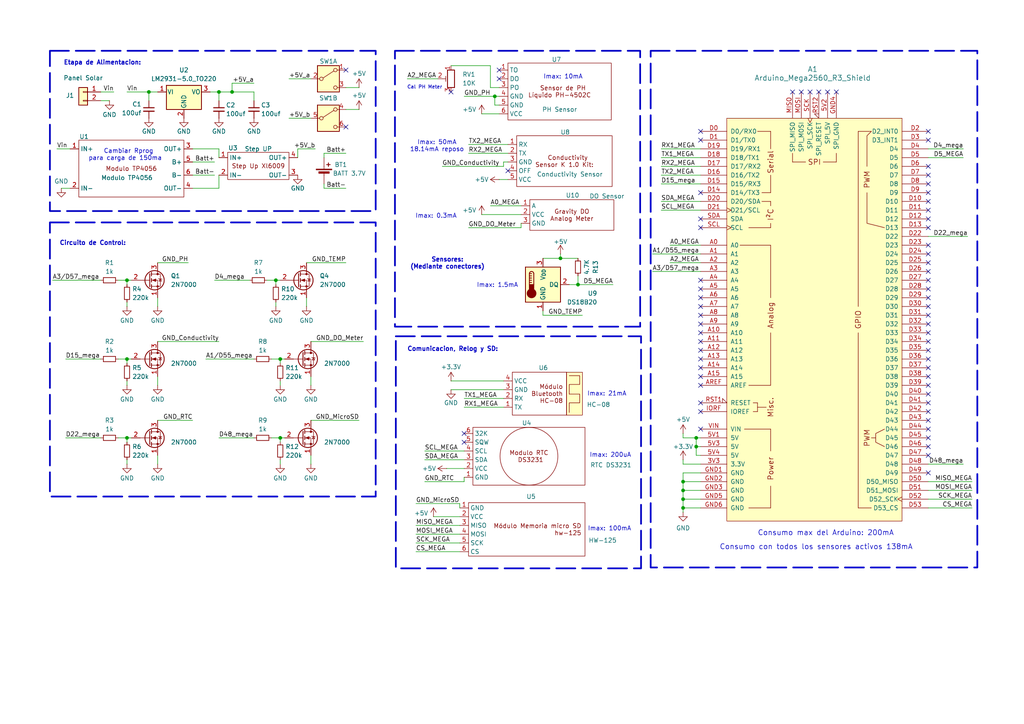
<source format=kicad_sch>
(kicad_sch (version 20231120) (generator "eeschema") (generator_version "8.0")
  (paper "A4")
  (title_block (title "FabLab UNSAM") (date "2024-09-18") (rev "Aguirre Matias"))
  (lib_symbols
    (symbol "Connector_Generic:Conn_01x02" (pin_names (offset 1.016) hide)
      (property "Reference" "J" (at 0 2.54 0))
      (property "Value" "Conn_01x02" (at 0 -5.08 0))
      (symbol "Conn_01x02_1_1"
        (pin passive line (at -5.08 0 0) (length 3.81) (name "Pin_1") (number "1"))
        (pin passive line (at -5.08 -2.54 0) (length 3.81) (name "Pin_2") (number "2"))
      )
    )
    (symbol "Device:Battery_Cell" (pin_numbers hide) (pin_names (offset 0) hide)
      (property "Reference" "BT" (at 2.54 2.54 0))
      (property "Value" "Battery_Cell" (at 2.54 0 0))
      (symbol "Battery_Cell_1_1"
        (pin passive line (at 0 5.08 270) (length 2.54) (name "+") (number "1"))
        (pin passive line (at 0 -2.54 90) (length 2.54) (name "-") (number "2"))
      )
    )
    (symbol "Device:C_Small" (pin_numbers hide) (pin_names (offset 0.254) hide)
      (property "Reference" "C" (at 0.254 1.778 0))
      (property "Value" "C_Small" (at 0.254 -2.032 0))
      (symbol "C_Small_1_1"
        (pin passive line (at 0 2.54 270) (length 2.032) (name "~") (number "1"))
        (pin passive line (at 0 -2.54 90) (length 2.032) (name "~") (number "2"))
      )
    )
    (symbol "Device:R_Potentiometer_Trim" (pin_names (offset 1.016) hide)
      (property "Reference" "RV" (at -4.445 0 90))
      (property "Value" "R_Potentiometer_Trim" (at -2.54 0 90))
      (symbol "R_Potentiometer_Trim_1_1"
        (pin passive line (at 0 3.81 270) (length 1.27) (name "1") (number "1"))
        (pin passive line (at 3.81 0 180) (length 1.27) (name "2") (number "2"))
        (pin passive line (at 0 -3.81 90) (length 1.27) (name "3") (number "3"))
      )
    )
    (symbol "Device:R_Small" (pin_numbers hide) (pin_names (offset 0.254) hide)
      (property "Reference" "R" (at 0.762 0.508 0))
      (property "Value" "R_Small" (at 0.762 -1.016 0))
      (symbol "R_Small_1_1"
        (pin passive line (at 0 2.54 270) (length 0.762) (name "~") (number "1"))
        (pin passive line (at 0 -2.54 90) (length 0.762) (name "~") (number "2"))
      )
    )
    (symbol "Mi Libreria:Fuente_Step_Up_Xl6009"
      (property "Reference" "U3" (at -6.096 0.254 0))
      (property "Value" "Step UP" (at 1.27 0 0))
      (symbol "Fuente_Step_Up_Xl6009_1_1"
        (text_box "Step Up Xl6009" (at -7.62 -1.016 0) (size 17.78 -7.874) (fill (type color)) (effects (font (size 1.27 1.27))))
        (pin power_in line (at -10.16 -2.54 0) (length 2.54) (name "IN+") (number "1"))
        (pin power_in line (at -10.16 -7.62 0) (length 2.54) (name "IN-") (number "2"))
        (pin power_in line (at 12.7 -7.62 180) (length 2.54) (name "OUT-") (number "3"))
        (pin power_in line (at 12.7 -2.54 180) (length 2.54) (name "OUT+") (number "4"))
      )
    )
    (symbol "Mi Libreria:Gravity_DO_Meter"
      (property "Reference" "U" (at 2.032 -1.016 0))
      (symbol "Gravity_DO_Meter_1_1"
        (text_box "Gravity DO\nAnalog Meter" (at -8.128 -2.032 0) (size 24.384 -8.89) (fill (type color)) (effects (font (size 1.27 1.27))))
        (pin passive line (at -10.668 -3.81 0) (length 2.54) (name "A") (number "1"))
        (pin passive line (at -10.668 -6.35 0) (length 2.54) (name "VCC") (number "2"))
        (pin passive line (at -10.668 -8.89 0) (length 2.54) (name "GND") (number "3"))
      )
    )
    (symbol "Mi Libreria:Modulo_Cargador_de_Baterías_TP4056"
      (property "Reference" "U" (at 0 5.842 0))
      (symbol "Modulo_Cargador_de_Baterías_TP4056_1_1"
        (text_box "Modulo TP4056" (at -13.97 3.81 0) (size 30.48 -16.51) (fill (type color)) (effects (font (size 1.27 1.27))))
        (pin power_in line (at -16.51 1.27 0) (length 2.54) (name "IN+") (number "1"))
        (pin power_in line (at -16.51 -10.16 0) (length 2.54) (name "IN-") (number "2"))
        (pin power_in line (at 19.05 1.27 180) (length 2.54) (name "OUT+") (number "3"))
        (pin power_in line (at 19.05 -10.16 180) (length 2.54) (name "OUT-") (number "4"))
        (pin power_in line (at 19.05 -2.54 180) (length 2.54) (name "B+") (number "5"))
        (pin power_in line (at 19.05 -6.35 180) (length 2.54) (name "B-") (number "6"))
      )
    )
    (symbol "Mi Libreria:Modulo_RTC_DS3231"
      (property "Reference" "U4" (at 25.654 0.508 0))
      (property "Value" "RTC DS3231" (at 45.466 -11.684 0))
      (symbol "Modulo_RTC_DS3231_1_1"
        (text_box "Modulo RTC\n DS3231" (at 11.43 -0.762 0) (size 32.512 -16.764) (fill (type color)) (effects (font (size 1.27 1.27))))
        (pin passive line (at 8.89 -15.24 0) (length 2.54) (name "GND") (number "1"))
        (pin passive line (at 8.89 -12.7 0) (length 2.54) (name "VCC") (number "2"))
        (pin passive line (at 8.89 -10.16 0) (length 2.54) (name "SDA") (number "3"))
        (pin passive line (at 8.89 -7.62 0) (length 2.54) (name "SCL") (number "4"))
        (pin passive line (at 8.89 -5.08 0) (length 2.54) (name "SQW") (number "5"))
        (pin passive line (at 8.89 -2.54 0) (length 2.54) (name "32K") (number "6"))
      )
    )
    (symbol "Mi Libreria:Módulo_Bluetooth_HC-08"
      (property "Reference" "U6" (at 10.16 11.43 0))
      (property "Value" "HC-08" (at 24.13 0.762 0))
      (symbol "Módulo_Bluetooth_HC-08_1_1"
        (text_box "Módulo Bluetooth HC-08" (at 2.54 10.16 0) (size 15.748 -12.446) (fill (type color)) (effects (font (size 1.27 1.27)) (justify right)))
        (pin passive line (at 0 0 0) (length 2.54) (name "TX") (number "1"))
        (pin passive line (at 0 2.54 0) (length 2.54) (name "RX") (number "2"))
        (pin passive line (at 0 5.08 0) (length 2.54) (name "GND") (number "3"))
        (pin power_in line (at 0 7.62 0) (length 2.54) (name "VCC") (number "4"))
      )
    )
    (symbol "Mi Libreria:Módulo_Memoria_micro_SD_hw-125"
      (property "Reference" "U" (at 3.302 3.302 0))
      (symbol "Módulo_Memoria_micro_SD_hw-125_1_1"
        (text_box "Módulo Memoria micro SD hw-125" (at -4.572 2.286 0) (size 33.782 -15.494) (fill (type color)) (effects (font (size 1.27 1.27)) (justify right)))
        (pin passive line (at -7.112 0.762 0) (length 2.54) (name "GND") (number "1"))
        (pin passive line (at -7.112 -1.778 0) (length 2.54) (name "VCC") (number "2"))
        (pin passive line (at -7.112 -4.318 0) (length 2.54) (name "MISO") (number "3"))
        (pin passive line (at -7.112 -6.858 0) (length 2.54) (name "MOSI") (number "4"))
        (pin passive line (at -7.112 -9.398 0) (length 2.54) (name "SCK") (number "5"))
        (pin passive line (at -7.112 -11.938 0) (length 2.54) (name "CS") (number "6"))
      )
    )
    (symbol "Mi Libreria:Sensor_Conductivity_K_1.0_Kit"
      (property "Reference" "U" (at 5.08 0 0))
      (symbol "Sensor_Conductivity_K_1.0_Kit_1_1"
        (text_box "  Conductivity \nSensor K 1.0 Kit:" (at -6.35 -1.27 0) (size 27.686 -14.732) (fill (type color)) (effects (font (size 1.27 1.27))))
        (pin passive line (at -8.89 -3.81 0) (length 2.54) (name "RX") (number "1"))
        (pin passive line (at -8.89 -6.35 0) (length 2.54) (name "TX") (number "2"))
        (pin passive line (at -8.89 -8.89 0) (length 2.54) (name "GND") (number "3"))
        (pin passive line (at -8.89 -11.43 0) (length 2.54) (name "OFF") (number "4"))
        (pin passive line (at -8.89 -13.97 0) (length 2.54) (name "VCC") (number "5"))
      )
    )
    (symbol "Mi Libreria:Sensor_PH_Líquido_PH-4502C"
      (property "Reference" "U" (at 6.096 2.794 0))
      (symbol "Sensor_PH_Líquido_PH-4502C_1_1"
        (text_box "  Sensor de PH \nLíquido PH-4502C" (at -3.81 -1.778 0) (size 29.972 -16.51) (fill (type color)) (effects (font (size 1.27 1.27))))
        (pin passive line (at -6.35 -3.81 0) (length 2.54) (name "TO") (number "1"))
        (pin passive line (at -6.35 -6.35 0) (length 2.54) (name "DO") (number "2"))
        (pin passive line (at -6.35 -8.89 0) (length 2.54) (name "PO") (number "3"))
        (pin passive line (at -6.35 -11.43 0) (length 2.54) (name "GND") (number "4"))
        (pin passive line (at -6.35 -13.97 0) (length 2.54) (name "GND") (number "5"))
        (pin passive line (at -6.35 -16.51 0) (length 2.54) (name "VCC") (number "6"))
      )
    )
    (symbol "PCM_arduino-library:Arduino_Mega2560_R3_Shield" (pin_names (offset 1.016))
      (property "Reference" "A" (at 0 -62.23 0))
      (property "Value" "Arduino_Mega2560_R3_Shield" (at 0 -66.04 0))
      (symbol "Arduino_Mega2560_R3_Shield_0_0"
        (text "Analog" (at -12.7 1.27 900) (effects (font (size 1.524 1.524))))
        (text "I²C" (at -12.7 30.48 900) (effects (font (size 1.524 1.524))))
        (text "Misc." (at -12.7 -25.4 900) (effects (font (size 1.524 1.524))))
        (text "Power" (at -12.7 -43.18 900) (effects (font (size 1.524 1.524))))
        (text "PWM" (at 15.24 -34.29 900) (effects (font (size 1.524 1.524))))
        (text "PWM" (at 15.24 40.64 900) (effects (font (size 1.524 1.524))))
        (text "Serial" (at -12.7 45.72 900) (effects (font (size 1.524 1.524))))
        (text "SPI" (at 0 45.72 0) (effects (font (size 1.524 1.524))))
      )
      (symbol "Arduino_Mega2560_R3_Shield_1_0"
        (text "GPIO" (at 12.7 0 900) (effects (font (size 1.524 1.524))))
      )
      (symbol "Arduino_Mega2560_R3_Shield_1_1"
        (pin power_out line (at -33.02 -41.91 0) (length 7.62) (name "3.3V") (number "3V3"))
        (pin power_in line (at -33.02 -34.29 0) (length 7.62) (name "5V") (number "5V1"))
        (pin power_in line (at 3.81 66.04 270) (length 7.62) (name "SPI_5V") (number "5V2"))
        (pin power_in line (at -33.02 -36.83 0) (length 7.62) (name "5V") (number "5V3"))
        (pin power_in line (at -33.02 -39.37 0) (length 7.62) (name "5V") (number "5V4"))
        (pin bidirectional line (at -33.02 21.59 0) (length 7.62) (name "A0") (number "A0"))
        (pin bidirectional line (at -33.02 19.05 0) (length 7.62) (name "A1") (number "A1"))
        (pin bidirectional line (at -33.02 -3.81 0) (length 7.62) (name "A10") (number "A10"))
        (pin bidirectional line (at -33.02 -6.35 0) (length 7.62) (name "A11") (number "A11"))
        (pin bidirectional line (at -33.02 -8.89 0) (length 7.62) (name "A12") (number "A12"))
        (pin bidirectional line (at -33.02 -11.43 0) (length 7.62) (name "A13") (number "A13"))
        (pin bidirectional line (at -33.02 -13.97 0) (length 7.62) (name "A14") (number "A14"))
        (pin bidirectional line (at -33.02 -16.51 0) (length 7.62) (name "A15") (number "A15"))
        (pin bidirectional line (at -33.02 16.51 0) (length 7.62) (name "A2") (number "A2"))
        (pin bidirectional line (at -33.02 13.97 0) (length 7.62) (name "A3") (number "A3"))
        (pin bidirectional line (at -33.02 11.43 0) (length 7.62) (name "A4") (number "A4"))
        (pin bidirectional line (at -33.02 8.89 0) (length 7.62) (name "A5") (number "A5"))
        (pin bidirectional line (at -33.02 6.35 0) (length 7.62) (name "A6") (number "A6"))
        (pin bidirectional line (at -33.02 3.81 0) (length 7.62) (name "A7") (number "A7"))
        (pin bidirectional line (at -33.02 1.27 0) (length 7.62) (name "A8") (number "A8"))
        (pin bidirectional line (at -33.02 -1.27 0) (length 7.62) (name "A9") (number "A9"))
        (pin input line (at -33.02 -19.05 0) (length 7.62) (name "AREF") (number "AREF"))
        (pin bidirectional line (at -33.02 54.61 0) (length 7.62) (name "D0/RX0") (number "D0"))
        (pin bidirectional line (at -33.02 52.07 0) (length 7.62) (name "D1/TX0") (number "D1"))
        (pin bidirectional line (at 33.02 34.29 180) (length 7.62) (name "D10") (number "D10"))
        (pin bidirectional line (at 33.02 31.75 180) (length 7.62) (name "D11") (number "D11"))
        (pin bidirectional line (at 33.02 29.21 180) (length 7.62) (name "D12") (number "D12"))
        (pin bidirectional line (at 33.02 26.67 180) (length 7.62) (name "D13") (number "D13"))
        (pin bidirectional line (at -33.02 36.83 0) (length 7.62) (name "D14/TX3") (number "D14"))
        (pin bidirectional line (at -33.02 39.37 0) (length 7.62) (name "D15/RX3") (number "D15"))
        (pin bidirectional line (at -33.02 41.91 0) (length 7.62) (name "D16/TX2") (number "D16"))
        (pin bidirectional line (at -33.02 44.45 0) (length 7.62) (name "D17/RX2") (number "D17"))
        (pin bidirectional line (at -33.02 46.99 0) (length 7.62) (name "D18/TX1") (number "D18"))
        (pin bidirectional line (at -33.02 49.53 0) (length 7.62) (name "D19/RX1") (number "D19"))
        (pin bidirectional line (at 33.02 54.61 180) (length 7.62) (name "D2_INT0") (number "D2"))
        (pin bidirectional line (at -33.02 34.29 0) (length 7.62) (name "D20/SDA") (number "D20"))
        (pin bidirectional clock (at -33.02 31.75 0) (length 7.62) (name "D21/SCL") (number "D21"))
        (pin bidirectional line (at 33.02 24.13 180) (length 7.62) (name "D22") (number "D22"))
        (pin bidirectional line (at 33.02 21.59 180) (length 7.62) (name "D23") (number "D23"))
        (pin bidirectional line (at 33.02 19.05 180) (length 7.62) (name "D24") (number "D24"))
        (pin bidirectional line (at 33.02 16.51 180) (length 7.62) (name "D25") (number "D25"))
        (pin bidirectional line (at 33.02 13.97 180) (length 7.62) (name "D26") (number "D26"))
        (pin bidirectional line (at 33.02 11.43 180) (length 7.62) (name "D27") (number "D27"))
        (pin bidirectional line (at 33.02 8.89 180) (length 7.62) (name "D28") (number "D28"))
        (pin bidirectional line (at 33.02 6.35 180) (length 7.62) (name "D29") (number "D29"))
        (pin bidirectional line (at 33.02 52.07 180) (length 7.62) (name "D3_INT1") (number "D3"))
        (pin bidirectional line (at 33.02 3.81 180) (length 7.62) (name "D30") (number "D30"))
        (pin bidirectional line (at 33.02 1.27 180) (length 7.62) (name "D31") (number "D31"))
        (pin bidirectional line (at 33.02 -1.27 180) (length 7.62) (name "D32") (number "D32"))
        (pin bidirectional line (at 33.02 -3.81 180) (length 7.62) (name "D33") (number "D33"))
        (pin bidirectional line (at 33.02 -6.35 180) (length 7.62) (name "D34") (number "D34"))
        (pin bidirectional line (at 33.02 -8.89 180) (length 7.62) (name "D35") (number "D35"))
        (pin bidirectional line (at 33.02 -11.43 180) (length 7.62) (name "D36") (number "D36"))
        (pin bidirectional line (at 33.02 -13.97 180) (length 7.62) (name "D37") (number "D37"))
        (pin bidirectional line (at 33.02 -16.51 180) (length 7.62) (name "D38") (number "D38"))
        (pin bidirectional line (at 33.02 -19.05 180) (length 7.62) (name "D39") (number "D39"))
        (pin bidirectional line (at 33.02 49.53 180) (length 7.62) (name "D4") (number "D4"))
        (pin bidirectional line (at 33.02 -21.59 180) (length 7.62) (name "D40") (number "D40"))
        (pin bidirectional line (at 33.02 -24.13 180) (length 7.62) (name "D41") (number "D41"))
        (pin bidirectional line (at 33.02 -26.67 180) (length 7.62) (name "D42") (number "D42"))
        (pin bidirectional line (at 33.02 -29.21 180) (length 7.62) (name "D43") (number "D43"))
        (pin bidirectional line (at 33.02 -31.75 180) (length 7.62) (name "D44") (number "D44"))
        (pin bidirectional line (at 33.02 -34.29 180) (length 7.62) (name "D45") (number "D45"))
        (pin bidirectional line (at 33.02 -36.83 180) (length 7.62) (name "D46") (number "D46"))
        (pin bidirectional line (at 33.02 -39.37 180) (length 7.62) (name "D47") (number "D47"))
        (pin bidirectional line (at 33.02 -41.91 180) (length 7.62) (name "D48") (number "D48"))
        (pin bidirectional line (at 33.02 -44.45 180) (length 7.62) (name "D49") (number "D49"))
        (pin bidirectional line (at 33.02 46.99 180) (length 7.62) (name "D5") (number "D5"))
        (pin bidirectional line (at 33.02 -46.99 180) (length 7.62) (name "D50_MISO") (number "D50"))
        (pin bidirectional line (at 33.02 -49.53 180) (length 7.62) (name "D51_MOSI") (number "D51"))
        (pin bidirectional clock (at 33.02 -52.07 180) (length 7.62) (name "D52_SCK") (number "D52"))
        (pin bidirectional line (at 33.02 -54.61 180) (length 7.62) (name "D53_CS") (number "D53"))
        (pin bidirectional line (at 33.02 44.45 180) (length 7.62) (name "D6") (number "D6"))
        (pin bidirectional line (at 33.02 41.91 180) (length 7.62) (name "D7") (number "D7"))
        (pin bidirectional line (at 33.02 39.37 180) (length 7.62) (name "D8") (number "D8"))
        (pin bidirectional line (at 33.02 36.83 180) (length 7.62) (name "D9") (number "D9"))
        (pin power_in line (at -33.02 -44.45 0) (length 7.62) (name "GND") (number "GND1"))
        (pin power_in line (at -33.02 -46.99 0) (length 7.62) (name "GND") (number "GND2"))
        (pin power_in line (at -33.02 -49.53 0) (length 7.62) (name "GND") (number "GND3"))
        (pin power_in line (at 6.35 66.04 270) (length 7.62) (name "SPI_GND") (number "GND4"))
        (pin power_in line (at -33.02 -52.07 0) (length 7.62) (name "GND") (number "GND5"))
        (pin power_in line (at -33.02 -54.61 0) (length 7.62) (name "GND") (number "GND6"))
        (pin output line (at -33.02 -26.67 0) (length 7.62) (name "IOREF") (number "IORF"))
        (pin input line (at -6.35 66.04 270) (length 7.62) (name "SPI_MISO") (number "MISO"))
        (pin output line (at -3.81 66.04 270) (length 7.62) (name "SPI_MOSI") (number "MOSI"))
        (pin open_collector input_low (at -33.02 -24.13 0) (length 7.62) (name "RESET") (number "RST1"))
        (pin open_collector input_low (at 1.27 66.04 270) (length 7.62) (name "SPI_RESET") (number "RST2"))
        (pin output clock (at -1.27 66.04 270) (length 7.62) (name "SPI_SCK") (number "SCK"))
        (pin bidirectional clock (at -33.02 26.67 0) (length 7.62) (name "SCL") (number "SCL"))
        (pin bidirectional line (at -33.02 29.21 0) (length 7.62) (name "SDA") (number "SDA"))
        (pin power_in line (at -33.02 -31.75 0) (length 7.62) (name "VIN") (number "VIN"))
      )
    )
    (symbol "Regulator_Linear:LM2931-5.0_TO220" (pin_names (offset 0.254))
      (property "Reference" "U" (at -3.81 3.175 0))
      (property "Value" "LM2931-5.0_TO220" (at 0 3.175 0))
      (symbol "LM2931-5.0_TO220_1_1"
        (pin power_in line (at -7.62 0 0) (length 2.54) (name "VI") (number "1"))
        (pin power_in line (at 0 -7.62 90) (length 2.54) (name "GND") (number "2"))
        (pin power_out line (at 7.62 0 180) (length 2.54) (name "VO") (number "3"))
      )
    )
    (symbol "Sensor_Temperature:DS18B20"
      (property "Reference" "U" (at -3.81 6.35 0))
      (property "Value" "DS18B20" (at 6.35 6.35 0))
      (symbol "DS18B20_1_1"
        (pin power_in line (at 0 -7.62 90) (length 2.54) (name "GND") (number "1"))
        (pin bidirectional line (at 7.62 0 180) (length 2.54) (name "DQ") (number "2"))
        (pin power_in line (at 0 7.62 270) (length 2.54) (name "V_{DD}") (number "3"))
      )
    )
    (symbol "Switch:SW_DPDT_x2" (pin_names (offset 0) hide)
      (property "Reference" "SW" (at 0 5.08 0))
      (property "Value" "SW_DPDT_x2" (at 0 -5.08 0))
      (symbol "SW_DPDT_x2_1_1"
        (pin passive line (at 5.08 2.54 180) (length 2.54) (name "A") (number "1"))
        (pin passive line (at -5.08 0 0) (length 2.54) (name "B") (number "2"))
        (pin passive line (at 5.08 -2.54 180) (length 2.54) (name "C") (number "3"))
      )
      (symbol "SW_DPDT_x2_2_1"
        (pin passive line (at 5.08 2.54 180) (length 2.54) (name "A") (number "4"))
        (pin passive line (at -5.08 0 0) (length 2.54) (name "B") (number "5"))
        (pin passive line (at 5.08 -2.54 180) (length 2.54) (name "C") (number "6"))
      )
    )
    (symbol "Transistor_FET:2N7000" (pin_names hide)
      (property "Reference" "Q" (at 5.08 1.905 0))
      (property "Value" "2N7000" (at 5.08 0 0))
      (symbol "2N7000_1_1"
        (pin passive line (at 2.54 -5.08 90) (length 2.54) (name "S") (number "1"))
        (pin input line (at -5.08 0 0) (length 2.54) (name "G") (number "2"))
        (pin passive line (at 2.54 5.08 270) (length 2.54) (name "D") (number "3"))
      )
    )
    (symbol "power:+3.3V" (power) (pin_numbers hide) (pin_names (offset 0) hide)
      (property "Value" "+3.3V" (at 0 3.556 0))
      (symbol "+3.3V_1_1"
        (pin power_in line (at 0 0 90) (length 0) (name "~") (number "1"))
      )
    )
    (symbol "power:+5V" (power) (pin_numbers hide) (pin_names (offset 0) hide)
      (property "Value" "+5V" (at 0 3.556 0))
      (symbol "+5V_1_1"
        (pin power_in line (at 0 0 90) (length 0) (name "~") (number "1"))
      )
    )
    (symbol "power:GND" (power) (pin_numbers hide) (pin_names (offset 0) hide)
      (property "Value" "GND" (at 0 -3.81 0))
      (symbol "GND_1_1"
        (pin power_in line (at 0 0 270) (length 0) (name "~") (number "1"))
      )
    )
  )
  (junction (at 198.12 144.78))
  (junction (at 143.51 27.94))
  (junction (at 201.93 129.54))
  (junction (at 43.18 26.67))
  (junction (at 36.83 127))
  (junction (at 63.5 26.67))
  (junction (at 81.28 104.14))
  (junction (at 36.83 104.14))
  (junction (at 198.12 139.7))
  (junction (at 81.28 127))
  (junction (at 201.93 127))
  (junction (at 162.56 74.93))
  (junction (at 167.64 82.55))
  (junction (at 80.01 81.28))
  (junction (at 198.12 147.32))
  (junction (at 67.31 26.67))
  (junction (at 36.83 81.28))
  (junction (at 198.12 142.24))
  (no_connect (at 144.78 22.86))
  (no_connect (at 269.24 96.52))
  (no_connect (at 203.2 106.68))
  (no_connect (at 100.33 36.83))
  (no_connect (at 134.62 125.73))
  (no_connect (at 203.2 38.1))
  (no_connect (at 269.24 127))
  (no_connect (at 269.24 124.46))
  (no_connect (at 269.24 71.12))
  (no_connect (at 203.2 63.5))
  (no_connect (at 147.32 49.53))
  (no_connect (at 269.24 76.2))
  (no_connect (at 203.2 83.82))
  (no_connect (at 234.95 26.67))
  (no_connect (at 203.2 91.44))
  (no_connect (at 203.2 88.9))
  (no_connect (at 229.87 26.67))
  (no_connect (at 203.2 86.36))
  (no_connect (at 269.24 48.26))
  (no_connect (at 240.03 26.67))
  (no_connect (at 269.24 50.8))
  (no_connect (at 269.24 121.92))
  (no_connect (at 232.41 26.67))
  (no_connect (at 269.24 99.06))
  (no_connect (at 269.24 63.5))
  (no_connect (at 269.24 38.1))
  (no_connect (at 269.24 53.34))
  (no_connect (at 269.24 78.74))
  (no_connect (at 269.24 40.64))
  (no_connect (at 130.81 26.67))
  (no_connect (at 269.24 114.3))
  (no_connect (at 269.24 81.28))
  (no_connect (at 203.2 104.14))
  (no_connect (at 203.2 55.88))
  (no_connect (at 134.62 128.27))
  (no_connect (at 269.24 73.66))
  (no_connect (at 269.24 58.42))
  (no_connect (at 203.2 109.22))
  (no_connect (at 269.24 60.96))
  (no_connect (at 269.24 106.68))
  (no_connect (at 242.57 26.67))
  (no_connect (at 269.24 104.14))
  (no_connect (at 203.2 66.04))
  (no_connect (at 269.24 66.04))
  (no_connect (at 203.2 101.6))
  (no_connect (at 203.2 116.84))
  (no_connect (at 269.24 119.38))
  (no_connect (at 203.2 40.64))
  (no_connect (at 100.33 20.32))
  (no_connect (at 203.2 81.28))
  (no_connect (at 269.24 137.16))
  (no_connect (at 269.24 86.36))
  (no_connect (at 203.2 111.76))
  (no_connect (at 144.78 20.32))
  (no_connect (at 269.24 101.6))
  (no_connect (at 269.24 88.9))
  (no_connect (at 203.2 99.06))
  (no_connect (at 269.24 93.98))
  (no_connect (at 203.2 93.98))
  (no_connect (at 203.2 96.52))
  (no_connect (at 269.24 83.82))
  (no_connect (at 269.24 132.08))
  (no_connect (at 269.24 91.44))
  (no_connect (at 269.24 116.84))
  (no_connect (at 269.24 109.22))
  (no_connect (at 237.49 26.67))
  (no_connect (at 269.24 129.54))
  (no_connect (at 203.2 119.38))
  (no_connect (at 269.24 111.76))
  (no_connect (at 203.2 124.46))
  (no_connect (at 269.24 55.88))
  (wire (pts (xy 120.65 146.05) (xy 133.35 146.05)))
  (wire (pts (xy 198.12 142.24) (xy 198.12 139.7)))
  (wire (pts (xy 167.64 74.93) (xy 162.56 74.93)))
  (wire (pts (xy 63.5 29.21) (xy 63.5 26.67)))
  (wire (pts (xy 55.88 50.8) (xy 62.23 50.8)))
  (wire (pts (xy 201.93 129.54) (xy 203.2 129.54)))
  (wire (pts (xy 194.31 76.2) (xy 203.2 76.2)))
  (wire (pts (xy 91.44 43.18) (xy 86.36 43.18)))
  (wire (pts (xy 67.31 24.13) (xy 73.66 24.13)))
  (wire (pts (xy 142.24 25.4) (xy 144.78 25.4)))
  (wire (pts (xy 146.05 46.99) (xy 147.32 46.99)))
  (wire (pts (xy 198.12 127) (xy 201.93 127)))
  (wire (pts (xy 78.74 104.14) (xy 81.28 104.14)))
  (wire (pts (xy 120.65 152.4) (xy 133.35 152.4)))
  (wire (pts (xy 142.24 19.05) (xy 142.24 25.4)))
  (wire (pts (xy 269.24 68.58) (xy 280.67 68.58)))
  (wire (pts (xy 142.24 59.69) (xy 151.13 59.69)))
  (wire (pts (xy 63.5 54.61) (xy 55.88 54.61)))
  (wire (pts (xy 198.12 139.7) (xy 198.12 137.16)))
  (wire (pts (xy 16.51 43.18) (xy 20.32 43.18)))
  (wire (pts (xy 90.17 109.22) (xy 90.17 111.76)))
  (wire (pts (xy 162.56 73.66) (xy 162.56 74.93)))
  (wire (pts (xy 191.77 60.96) (xy 203.2 60.96)))
  (wire (pts (xy 100.33 54.61) (xy 93.98 54.61)))
  (wire (pts (xy 198.12 144.78) (xy 203.2 144.78)))
  (wire (pts (xy 15.24 81.28) (xy 29.21 81.28)))
  (wire (pts (xy 123.19 130.81) (xy 134.62 130.81)))
  (wire (pts (xy 60.96 26.67) (xy 63.5 26.67)))
  (wire (pts (xy 34.29 127) (xy 36.83 127)))
  (wire (pts (xy 100.33 31.75) (xy 104.14 31.75)))
  (wire (pts (xy 191.77 45.72) (xy 203.2 45.72)))
  (wire (pts (xy 36.83 104.14) (xy 38.1 104.14)))
  (wire (pts (xy 83.82 22.86) (xy 90.17 22.86)))
  (wire (pts (xy 36.83 127) (xy 38.1 127)))
  (wire (pts (xy 29.21 26.67) (xy 33.02 26.67)))
  (wire (pts (xy 198.12 148.59) (xy 198.12 147.32)))
  (wire (pts (xy 81.28 104.14) (xy 82.55 104.14)))
  (wire (pts (xy 269.24 45.72) (xy 279.4 45.72)))
  (wire (pts (xy 43.18 26.67) (xy 45.72 26.67)))
  (wire (pts (xy 191.77 50.8) (xy 203.2 50.8)))
  (wire (pts (xy 198.12 133.35) (xy 198.12 134.62)))
  (wire (pts (xy 167.64 82.55) (xy 177.8 82.55)))
  (wire (pts (xy 83.82 34.29) (xy 90.17 34.29)))
  (wire (pts (xy 144.78 52.07) (xy 147.32 52.07)))
  (wire (pts (xy 36.83 110.49) (xy 36.83 111.76)))
  (wire (pts (xy 201.93 127) (xy 203.2 127)))
  (wire (pts (xy 198.12 144.78) (xy 198.12 142.24)))
  (wire (pts (xy 146.05 48.26) (xy 146.05 46.99)))
  (wire (pts (xy 191.77 58.42) (xy 203.2 58.42)))
  (wire (pts (xy 143.51 27.94) (xy 144.78 27.94)))
  (wire (pts (xy 88.9 76.2) (xy 100.33 76.2)))
  (wire (pts (xy 201.93 132.08) (xy 203.2 132.08)))
  (wire (pts (xy 81.28 104.14) (xy 81.28 105.41)))
  (wire (pts (xy 130.81 110.49) (xy 146.05 110.49)))
  (wire (pts (xy 73.66 26.67) (xy 73.66 29.21)))
  (wire (pts (xy 77.47 81.28) (xy 80.01 81.28)))
  (wire (pts (xy 80.01 87.63) (xy 80.01 88.9)))
  (wire (pts (xy 120.65 154.94) (xy 133.35 154.94)))
  (wire (pts (xy 36.83 104.14) (xy 36.83 105.41)))
  (wire (pts (xy 67.31 26.67) (xy 73.66 26.67)))
  (wire (pts (xy 198.12 125.73) (xy 198.12 127)))
  (wire (pts (xy 17.78 54.61) (xy 20.32 54.61)))
  (wire (pts (xy 63.5 99.06) (xy 45.72 99.06)))
  (wire (pts (xy 123.19 133.35) (xy 134.62 133.35)))
  (wire (pts (xy 189.23 73.66) (xy 203.2 73.66)))
  (wire (pts (xy 80.01 81.28) (xy 80.01 82.55)))
  (wire (pts (xy 55.88 46.99) (xy 62.23 46.99)))
  (wire (pts (xy 142.24 19.05) (xy 130.81 19.05)))
  (wire (pts (xy 81.28 127) (xy 82.55 127)))
  (wire (pts (xy 63.5 43.18) (xy 63.5 45.72)))
  (wire (pts (xy 36.83 127) (xy 36.83 128.27)))
  (wire (pts (xy 120.65 157.48) (xy 133.35 157.48)))
  (wire (pts (xy 162.56 74.93) (xy 157.48 74.93)))
  (wire (pts (xy 80.01 81.28) (xy 81.28 81.28)))
  (wire (pts (xy 93.98 54.61) (xy 93.98 53.34)))
  (wire (pts (xy 130.81 113.03) (xy 146.05 113.03)))
  (wire (pts (xy 59.69 104.14) (xy 73.66 104.14)))
  (wire (pts (xy 157.48 91.44) (xy 168.91 91.44)))
  (wire (pts (xy 201.93 129.54) (xy 201.93 132.08)))
  (wire (pts (xy 135.89 41.91) (xy 147.32 41.91)))
  (wire (pts (xy 189.23 78.74) (xy 203.2 78.74)))
  (wire (pts (xy 63.5 50.8) (xy 63.5 54.61)))
  (wire (pts (xy 167.64 82.55) (xy 167.64 80.01)))
  (wire (pts (xy 134.62 27.94) (xy 143.51 27.94)))
  (wire (pts (xy 100.33 25.4) (xy 104.14 25.4)))
  (wire (pts (xy 81.28 127) (xy 81.28 128.27)))
  (wire (pts (xy 29.21 29.21) (xy 31.75 29.21)))
  (wire (pts (xy 118.11 22.86) (xy 127 22.86)))
  (wire (pts (xy 279.4 134.62) (xy 269.24 134.62)))
  (wire (pts (xy 36.83 81.28) (xy 38.1 81.28)))
  (wire (pts (xy 45.72 132.08) (xy 45.72 134.62)))
  (wire (pts (xy 62.23 81.28) (xy 72.39 81.28)))
  (wire (pts (xy 78.74 127) (xy 81.28 127)))
  (wire (pts (xy 125.73 149.86) (xy 133.35 149.86)))
  (wire (pts (xy 269.24 139.7) (xy 281.94 139.7)))
  (wire (pts (xy 34.29 104.14) (xy 36.83 104.14)))
  (wire (pts (xy 279.4 43.18) (xy 269.24 43.18)))
  (wire (pts (xy 81.28 110.49) (xy 81.28 111.76)))
  (wire (pts (xy 151.13 66.04) (xy 151.13 64.77)))
  (wire (pts (xy 139.7 33.02) (xy 144.78 33.02)))
  (wire (pts (xy 81.28 133.35) (xy 81.28 134.62)))
  (wire (pts (xy 191.77 48.26) (xy 203.2 48.26)))
  (wire (pts (xy 36.83 81.28) (xy 36.83 82.55)))
  (wire (pts (xy 198.12 142.24) (xy 203.2 142.24)))
  (wire (pts (xy 43.18 29.21) (xy 43.18 26.67)))
  (wire (pts (xy 36.83 87.63) (xy 36.83 88.9)))
  (wire (pts (xy 135.89 44.45) (xy 147.32 44.45)))
  (wire (pts (xy 36.83 26.67) (xy 43.18 26.67)))
  (wire (pts (xy 100.33 44.45) (xy 93.98 44.45)))
  (wire (pts (xy 34.29 81.28) (xy 36.83 81.28)))
  (wire (pts (xy 198.12 137.16) (xy 203.2 137.16)))
  (wire (pts (xy 63.5 127) (xy 73.66 127)))
  (wire (pts (xy 90.17 132.08) (xy 90.17 134.62)))
  (wire (pts (xy 191.77 43.18) (xy 203.2 43.18)))
  (wire (pts (xy 134.62 139.7) (xy 134.62 138.43)))
  (wire (pts (xy 139.7 62.23) (xy 151.13 62.23)))
  (wire (pts (xy 128.27 48.26) (xy 146.05 48.26)))
  (wire (pts (xy 269.24 144.78) (xy 281.94 144.78)))
  (wire (pts (xy 19.05 127) (xy 29.21 127)))
  (wire (pts (xy 123.19 139.7) (xy 134.62 139.7)))
  (wire (pts (xy 198.12 134.62) (xy 203.2 134.62)))
  (wire (pts (xy 134.62 115.57) (xy 146.05 115.57)))
  (wire (pts (xy 19.05 104.14) (xy 29.21 104.14)))
  (wire (pts (xy 93.98 44.45) (xy 93.98 45.72)))
  (wire (pts (xy 165.1 82.55) (xy 167.64 82.55)))
  (wire (pts (xy 36.83 133.35) (xy 36.83 134.62)))
  (wire (pts (xy 198.12 147.32) (xy 203.2 147.32)))
  (wire (pts (xy 63.5 26.67) (xy 67.31 26.67)))
  (wire (pts (xy 133.35 146.05) (xy 133.35 147.32)))
  (wire (pts (xy 143.51 27.94) (xy 143.51 30.48)))
  (wire (pts (xy 134.62 118.11) (xy 146.05 118.11)))
  (wire (pts (xy 157.48 90.17) (xy 157.48 91.44)))
  (wire (pts (xy 45.72 121.92) (xy 55.88 121.92)))
  (wire (pts (xy 90.17 99.06) (xy 105.41 99.06)))
  (wire (pts (xy 269.24 147.32) (xy 281.94 147.32)))
  (wire (pts (xy 54.61 76.2) (xy 45.72 76.2)))
  (wire (pts (xy 194.31 71.12) (xy 203.2 71.12)))
  (wire (pts (xy 198.12 147.32) (xy 198.12 144.78)))
  (wire (pts (xy 198.12 139.7) (xy 203.2 139.7)))
  (wire (pts (xy 88.9 86.36) (xy 88.9 88.9)))
  (wire (pts (xy 201.93 127) (xy 201.93 129.54)))
  (wire (pts (xy 269.24 142.24) (xy 281.94 142.24)))
  (wire (pts (xy 55.88 43.18) (xy 63.5 43.18)))
  (wire (pts (xy 129.54 135.89) (xy 134.62 135.89)))
  (wire (pts (xy 45.72 109.22) (xy 45.72 111.76)))
  (wire (pts (xy 67.31 24.13) (xy 67.31 26.67)))
  (wire (pts (xy 45.72 86.36) (xy 45.72 88.9)))
  (wire (pts (xy 191.77 53.34) (xy 203.2 53.34)))
  (wire (pts (xy 120.65 160.02) (xy 133.35 160.02)))
  (wire (pts (xy 135.89 66.04) (xy 151.13 66.04)))
  (wire (pts (xy 90.17 121.92) (xy 104.14 121.92)))
  (wire (pts (xy 143.51 30.48) (xy 144.78 30.48)))
  (wire (pts (xy 86.36 43.18) (xy 86.36 45.72)))
  (rectangle (start 114.554 14.732) (end 185.674 94.742) (stroke (width 0.5) (type dash)))
  (rectangle (start 14.478 14.732) (end 108.966 61.214) (stroke (width 0.5) (type dash)))
  (rectangle (start 188.722 14.732) (end 283.464 164.592) (stroke (width 0.5) (type dash)))
  (rectangle (start 14.478 64.516) (end 108.966 144.018) (stroke (width 0.5) (type dash)))
  (rectangle (start 114.808 97.536) (end 185.928 164.846) (stroke (width 0.5) (type dash)))
  (text "Circuito de Control:" (at 26.924 70.612 0) (effects (font (size 1.27 1.27) (thickness 0.254) (bold yes))))
  (text "Sensores:\n(Mediante conectores)" (at 129.794 76.454 0) (effects (font (size 1.27 1.27) (thickness 0.254) (bold yes))))
  (text "Imax: 0.3mA" (at 126.492 62.738 0) (effects (font (size 1.27 1.27))))
  (text "Consumo con todos los sensores activos 138mA" (at 236.728 158.75 0) (effects (font (size 1.5 1.5))))
  (text "Imax: 1.5mA" (at 144.272 82.804 0) (effects (font (size 1.27 1.27))))
  (text "Consumo max del Arduino: 200mA" (at 239.522 154.686 0) (effects (font (size 1.5 1.5))))
  (text "Imax: 21mA" (at 176.022 114.3 0) (effects (font (size 1.27 1.27))))
  (text "Imax: 10mA" (at 163.322 22.352 0) (effects (font (size 1.27 1.27))))
  (text "Etapa de Alimentacion:" (at 29.718 18.288 0) (effects (font (size 1.27 1.27) (thickness 0.254) (bold yes))))
  (text "Imax: 100mA" (at 176.784 153.416 0) (effects (font (size 1.27 1.27))))
  (text "Imax: 50mA\n18.14mA reposo" (at 126.746 42.418 0) (effects (font (size 1.27 1.27))))
  (text "Cal PH Meter" (at 123.19 25.4 0) (effects (font (size 1 1))))
  (text "Imax: 200uA" (at 177.038 132.08 0) (effects (font (size 1.27 1.27))))
  (text "Comunicacion, Relog y SD:" (at 131.318 101.346 0) (effects (font (size 1.27 1.27) (thickness 0.254) (bold yes))))
  (text "  Cambiar Rprog\npara carga de 150ma" (at 36.322 44.958 0) (effects (font (size 1.27 1.27) (thickness 0.1588))))
  (label "A3{slash}D57_mega" (at 189.23 78.74 0))
  (label "RX2_MEGA" (at 135.89 44.45 0))
  (label "MOSI_MEGA" (at 120.65 154.94 0))
  (label "A2_MEGA" (at 118.11 22.86 0))
  (label "Vin" (at 33.02 26.67 180))
  (label "D4_mega" (at 279.4 43.18 180))
  (label "+5V_b" (at 83.82 34.29 0))
  (label "SDA_MEGA" (at 123.19 133.35 0))
  (label "TX2_MEGA" (at 135.89 41.91 0))
  (label "CS_MEGA" (at 120.65 160.02 0))
  (label "D48_mega" (at 63.5 127 0))
  (label "GND_RTC" (at 55.88 121.92 180))
  (label "D5_MEGA" (at 279.4 45.72 180))
  (label "MISO_MEGA" (at 281.94 139.7 180))
  (label "GND_DO_Meter" (at 135.89 66.04 0))
  (label "CS_MEGA" (at 281.94 147.32 180))
  (label "GND_TEMP" (at 168.91 91.44 180))
  (label "GND_Conductivity" (at 128.27 48.26 0))
  (label "GND_RTC" (at 123.19 139.7 0))
  (label "D4_mega" (at 62.23 81.28 0))
  (label "GND_TEMP" (at 100.33 76.2 180))
  (label "D15_mega" (at 191.77 53.34 0))
  (label "A1{slash}D55_mega" (at 189.23 73.66 0))
  (label "Batt+" (at 100.33 44.45 180))
  (label "RX1_MEGA" (at 134.62 118.11 0))
  (label "Batt-" (at 62.23 50.8 180))
  (label "GND_PH" (at 134.62 27.94 0))
  (label "GND_Conductivity" (at 63.5 99.06 180))
  (label "+5V_a" (at 73.66 24.13 180))
  (label "GND_PH" (at 54.61 76.2 180))
  (label "Vin" (at 36.83 26.67 0))
  (label "MOSI_MEGA" (at 281.94 142.24 180))
  (label "+5V_a" (at 83.82 22.86 0))
  (label "A0_MEGA" (at 194.31 71.12 0))
  (label "GND_DO_Meter" (at 105.41 99.06 180))
  (label "Batt+" (at 62.23 46.99 180))
  (label "D15_mega" (at 19.05 104.14 0))
  (label "+5V_b" (at 91.44 43.18 180))
  (label "SDA_MEGA" (at 191.77 58.42 0))
  (label "RX1_MEGA" (at 191.77 43.18 0))
  (label "MISO_MEGA" (at 120.65 152.4 0))
  (label "A3{slash}D57_mega" (at 15.24 81.28 0))
  (label "TX1_MEGA" (at 191.77 45.72 0))
  (label "D22_mega" (at 19.05 127 0))
  (label "GND_MicroSD" (at 104.14 121.92 180))
  (label "Vin" (at 16.51 43.18 0))
  (label "TX1_MEGA" (at 134.62 115.57 0))
  (label "TX2_MEGA" (at 191.77 50.8 0))
  (label "D48_mega" (at 279.4 134.62 180))
  (label "Batt-" (at 100.33 54.61 180))
  (label "A2_MEGA" (at 194.31 76.2 0))
  (label "SCL_MEGA" (at 123.19 130.81 0))
  (label "D22_mega" (at 280.67 68.58 180))
  (label "GND_MicroSD" (at 120.65 146.05 0))
  (label "SCK_MEGA" (at 120.65 157.48 0))
  (label "SCL_MEGA" (at 191.77 60.96 0))
  (label "D5_MEGA" (at 177.8 82.55 180))
  (label "RX2_MEGA" (at 191.77 48.26 0))
  (label "A1{slash}D55_mega" (at 59.69 104.14 0))
  (label "SCK_MEGA" (at 281.94 144.78 180))
  (label "A0_MEGA" (at 142.24 59.69 0))
  (symbol (lib_id "power:GND") (at 63.5 34.29 0) (unit 1)
    (property "Reference" "#PWR011" (effects (hide yes)))
    (property "Value" "GND" (at 63.5 38.1 0))
    (property "Description" "Power symbol creates a global label with name \"GND\" , ground" (effects (hide yes)))
  )
  (symbol (lib_id "power:GND") (at 31.75 29.21 0) (unit 1)
    (property "Reference" "#PWR02" (effects (hide yes)))
    (property "Value" "GND" (at 31.75 33.274 0))
    (property "Description" "Power symbol creates a global label with name \"GND\" , ground" (effects (hide yes)))
  )
  (symbol (lib_id "Connector_Generic:Conn_01x02") (at 24.13 26.67 0) (mirror y) (unit 1)
    (property "Reference" "J1" (at 20.32 27.686 0))
    (property "Value" "Panel Solar" (at 24.13 22.606 0))
    (property "Footprint" "TerminalBlock:TerminalBlock_bornier-2_P5.08mm" (effects (hide yes)))
    (property "Description" "Generic connector, single row, 01x02, script generated (kicad-library-utils/schlib/autogen/connector/)" (effects (hide yes)))
  )
  (symbol (lib_id "Regulator_Linear:LM2931-5.0_TO220") (at 53.34 26.67 0) (unit 1)
    (property "Reference" "U2" (at 53.34 20.32 0))
    (property "Value" "LM2931-5.0_TO220" (at 53.34 22.86 0))
    (property "Footprint" "Package_TO_SOT_THT:TO-220-3_Vertical" (effects (hide yes)))
    (property "Datasheet" "https://www.ti.com/lit/ds/symlink/lm2931-n.pdf" (effects (hide yes)))
    (property "Description" "Positive 100 mA 60V Linear Low Dropout Regulator, Fixed Output 5V, TO-220" (effects (hide yes)))
  )
  (symbol (lib_id "Transistor_FET:2N7000") (at 86.36 81.28 0) (unit 1)
    (property "Reference" "Q4" (at 92.71 80.0099 0) (effects (justify left)))
    (property "Value" "2N7000" (at 92.71 82.5499 0) (effects (justify left)))
    (property "Footprint" "Package_TO_SOT_THT:TO-92L_Wide" (effects (hide yes)))
    (property "Datasheet" "https://www.vishay.com/docs/70226/70226.pdf" (effects (hide yes)))
    (property "Description" "0.2A Id, 200V Vds, N-Channel MOSFET, 2.6V Logic Level, TO-92" (effects (hide yes)))
  )
  (symbol (lib_id "Transistor_FET:2N7000") (at 87.63 104.14 0) (unit 1)
    (property "Reference" "Q5" (effects (hide yes)))
    (property "Value" "2N7000" (at 93.98 105.4099 0) (effects (justify left)))
    (property "Footprint" "Package_TO_SOT_THT:TO-92L_Wide" (effects (hide yes)))
    (property "Datasheet" "https://www.vishay.com/docs/70226/70226.pdf" (effects (hide yes)))
    (property "Description" "0.2A Id, 200V Vds, N-Channel MOSFET, 2.6V Logic Level, TO-92" (effects (hide yes)))
  )
  (symbol (lib_id "PCM_arduino-library:Arduino_Mega2560_R3_Shield") (at 236.22 92.71 0) (unit 1)
    (property "Reference" "A1" (at 235.712 20.066 0) (effects (font (size 1.524 1.524))))
    (property "Value" "Arduino_Mega2560_R3_Shield" (at 235.712 22.606 0) (effects (font (size 1.524 1.524))))
    (property "Footprint" "PCM_arduino-library:Arduino_Mega2560_R3_Shield" (effects (hide yes)))
    (property "Datasheet" "https://docs.arduino.cc/hardware/mega-2560" (effects (hide yes)))
    (property "Description" "Shield for Arduino Mega 2560 R3" (effects (hide yes)))
  )
  (symbol (lib_id "Device:C_Small") (at 43.18 31.75 0) (unit 1)
    (property "Reference" "C1" (at 38.354 30.226 0) (effects (justify left)))
    (property "Value" "100uf" (at 35.306 32.766 0) (effects (justify left)))
    (property "Footprint" "Capacitor_THT:C_Disc_D3.8mm_W2.6mm_P2.50mm" (effects (hide yes)))
    (property "Description" "Unpolarized capacitor, small symbol" (effects (hide yes)))
  )
  (symbol (lib_id "Device:R_Small") (at 31.75 127 90) (unit 1)
    (property "Reference" "R3" (at 31.75 121.92 90))
    (property "Value" "1k" (at 31.75 124.46 90))
    (property "Footprint" "Resistor_THT:R_Axial_DIN0204_L3.6mm_D1.6mm_P5.08mm_Horizontal" (effects (hide yes)))
    (property "Description" "Resistor, small symbol" (effects (hide yes)))
  )
  (symbol (lib_id "Device:Battery_Cell") (at 93.98 50.8 0) (unit 1)
    (property "Reference" "BT1" (at 97.028 47.752 0) (effects (justify left)))
    (property "Value" "BATT 3.7V" (at 96.52 50.292 0) (effects (justify left)))
    (property "Footprint" "Connector_JST:JST_EH_B2B-EH-A_1x02_P2.50mm_Vertical" (effects (hide yes)))
    (property "Description" "Single-cell battery" (effects (hide yes)))
  )
  (symbol (lib_id "Device:R_Small") (at 81.28 107.95 0) (unit 1)
    (property "Reference" "R11" (at 82.804 106.68 0) (effects (justify left)))
    (property "Value" "220k" (at 82.804 109.22 0) (effects (justify left)))
    (property "Footprint" "Resistor_THT:R_Axial_DIN0204_L3.6mm_D1.6mm_P5.08mm_Horizontal" (effects (hide yes)))
    (property "Description" "Resistor, small symbol" (effects (hide yes)))
  )
  (symbol (lib_id "Transistor_FET:2N7000") (at 87.63 127 0) (unit 1)
    (property "Reference" "Q6" (effects (hide yes)))
    (property "Value" "2N7000" (at 93.98 128.2699 0) (effects (justify left)))
    (property "Footprint" "Package_TO_SOT_THT:TO-92L_Wide" (effects (hide yes)))
    (property "Datasheet" "https://www.vishay.com/docs/70226/70226.pdf" (effects (hide yes)))
    (property "Description" "0.2A Id, 200V Vds, N-Channel MOSFET, 2.6V Logic Level, TO-92" (effects (hide yes)))
  )
  (symbol (lib_id "power:GND") (at 53.34 34.29 0) (unit 1)
    (property "Reference" "#PWR010" (effects (hide yes)))
    (property "Value" "GND" (at 53.34 38.1 0))
    (property "Description" "Power symbol creates a global label with name \"GND\" , ground" (effects (hide yes)))
  )
  (symbol (lib_id "power:GND") (at 80.01 88.9 0) (unit 1)
    (property "Reference" "#PWR013" (effects (hide yes)))
    (property "Value" "GND" (at 80.01 92.964 0))
    (property "Description" "Power symbol creates a global label with name \"GND\" , ground" (effects (hide yes)))
  )
  (symbol (lib_id "power:GND") (at 45.72 88.9 0) (unit 1)
    (property "Reference" "#PWR07" (effects (hide yes)))
    (property "Value" "GND" (at 45.72 92.964 0))
    (property "Description" "Power symbol creates a global label with name \"GND\" , ground" (effects (hide yes)))
  )
  (symbol (lib_id "Switch:SW_DPDT_x2") (at 95.25 34.29 0) (unit 2)
    (property "Reference" "SW1" (at 95.25 28.448 0))
    (property "Value" "~" (at 95.25 27.94 0))
    (property "Footprint" "Button_Switch_THT:SW_CK_JS202011AQN_DPDT_Angled" (effects (hide yes)))
    (property "Description" "Switch, dual pole double throw, separate symbols" (effects (hide yes)))
  )
  (symbol (lib_id "power:GND") (at 17.78 54.61 0) (unit 1)
    (property "Reference" "#PWR01" (effects (hide yes)))
    (property "Value" "GND" (at 17.78 52.578 0))
    (property "Description" "Power symbol creates a global label with name \"GND\" , ground" (effects (hide yes)))
  )
  (symbol (lib_id "Mi Libreria:Modulo_Cargador_de_Baterías_TP4056") (at 36.83 44.45 0) (unit 1)
    (property "Reference" "U1" (at 24.384 39.624 0))
    (property "Value" "Modulo TP4056" (at 36.83 51.562 0))
    (property "Footprint" "Mi Libreria:TP4056-18650" (effects (hide yes)))
  )
  (symbol (lib_id "power:+5V") (at 144.78 52.07 90) (unit 1)
    (property "Reference" "#PWR028" (effects (hide yes)))
    (property "Value" "+5V" (at 139.7 52.07 90))
    (property "Description" "Power symbol creates a global label with name \"+5V\"" (effects (hide yes)))
  )
  (symbol (lib_id "Mi Libreria:Módulo_Bluetooth_HC-08") (at 146.05 118.11 0) (unit 1)
    (property "Reference" "U6" (at 156.21 106.68 0) (effects (justify left)))
    (property "Value" "HC-08" (at 170.18 117.348 0) (effects (justify left)))
    (property "Footprint" "Connector_JST:JST_EH_B4B-EH-A_1x04_P2.50mm_Vertical" (effects (hide yes)))
  )
  (symbol (lib_id "power:+5V") (at 198.12 125.73 0) (unit 1)
    (property "Reference" "#PWR030" (effects (hide yes)))
    (property "Value" "+5V" (at 198.12 121.666 0))
    (property "Description" "Power symbol creates a global label with name \"+5V\"" (effects (hide yes)))
  )
  (symbol (lib_id "Transistor_FET:2N7000") (at 43.18 127 0) (unit 1)
    (property "Reference" "Q3" (effects (hide yes)))
    (property "Value" "2N7000" (at 49.53 128.2699 0) (effects (justify left)))
    (property "Footprint" "Package_TO_SOT_THT:TO-92L_Wide" (effects (hide yes)))
    (property "Datasheet" "https://www.vishay.com/docs/70226/70226.pdf" (effects (hide yes)))
    (property "Description" "0.2A Id, 200V Vds, N-Channel MOSFET, 2.6V Logic Level, TO-92" (effects (hide yes)))
  )
  (symbol (lib_id "Device:R_Small") (at 31.75 104.14 90) (unit 1)
    (property "Reference" "R2" (at 31.75 99.06 90))
    (property "Value" "1k" (at 31.75 101.6 90))
    (property "Footprint" "Resistor_THT:R_Axial_DIN0204_L3.6mm_D1.6mm_P5.08mm_Horizontal" (effects (hide yes)))
    (property "Description" "Resistor, small symbol" (effects (hide yes)))
  )
  (symbol (lib_id "power:GND") (at 36.83 88.9 0) (unit 1)
    (property "Reference" "#PWR03" (effects (hide yes)))
    (property "Value" "GND" (at 36.83 92.964 0))
    (property "Description" "Power symbol creates a global label with name \"GND\" , ground" (effects (hide yes)))
  )
  (symbol (lib_id "Device:R_Small") (at 31.75 81.28 90) (unit 1)
    (property "Reference" "R1" (at 31.75 76.2 90))
    (property "Value" "1k" (at 31.75 78.74 90))
    (property "Footprint" "Resistor_THT:R_Axial_DIN0204_L3.6mm_D1.6mm_P5.08mm_Horizontal" (effects (hide yes)))
    (property "Description" "Resistor, small symbol" (effects (hide yes)))
  )
  (symbol (lib_id "Transistor_FET:2N7000") (at 43.18 81.28 0) (unit 1)
    (property "Reference" "Q1" (at 49.53 80.0099 0) (effects (justify left)))
    (property "Value" "2N7000" (at 49.53 82.5499 0) (effects (justify left)))
    (property "Footprint" "Package_TO_SOT_THT:TO-92L_Wide" (effects (hide yes)))
    (property "Datasheet" "https://www.vishay.com/docs/70226/70226.pdf" (effects (hide yes)))
    (property "Description" "0.2A Id, 200V Vds, N-Channel MOSFET, 2.6V Logic Level, TO-92" (effects (hide yes)))
  )
  (symbol (lib_id "power:+5V") (at 129.54 135.89 90) (unit 1)
    (property "Reference" "#PWR023" (effects (hide yes)))
    (property "Value" "+5V" (at 124.46 135.89 90))
    (property "Description" "Power symbol creates a global label with name \"+5V\"" (effects (hide yes)))
  )
  (symbol (lib_id "power:GND") (at 88.9 88.9 0) (unit 1)
    (property "Reference" "#PWR017" (effects (hide yes)))
    (property "Value" "GND" (at 88.9 92.964 0))
    (property "Description" "Power symbol creates a global label with name \"GND\" , ground" (effects (hide yes)))
  )
  (symbol (lib_id "Mi Libreria:Gravity_DO_Meter") (at 161.798 55.88 0) (unit 1)
    (property "Reference" "U10" (at 164.084 56.642 0) (effects (justify left)))
    (property "Value" "DO Sensor" (at 170.942 56.896 0) (effects (justify left)))
    (property "Footprint" "Connector_JST:JST_EH_B3B-EH-A_1x03_P2.50mm_Vertical" (effects (hide yes)))
  )
  (symbol (lib_id "power:GND") (at 130.81 113.03 0) (unit 1)
    (property "Reference" "#PWR025" (effects (hide yes)))
    (property "Value" "GND" (at 130.81 116.84 0))
    (property "Description" "Power symbol creates a global label with name \"GND\" , ground" (effects (hide yes)))
  )
  (symbol (lib_id "power:+5V") (at 162.56 73.66 0) (unit 1)
    (property "Reference" "#PWR029" (effects (hide yes)))
    (property "Value" "+5V" (at 162.56 70.104 0))
    (property "Description" "Power symbol creates a global label with name \"+5V\"" (effects (hide yes)))
  )
  (symbol (lib_id "power:GND") (at 73.66 34.29 0) (unit 1)
    (property "Reference" "#PWR012" (effects (hide yes)))
    (property "Value" "GND" (at 73.66 38.1 0))
    (property "Description" "Power symbol creates a global label with name \"GND\" , ground" (effects (hide yes)))
  )
  (symbol (lib_id "power:+5V") (at 139.7 33.02 0) (unit 1)
    (property "Reference" "#PWR026" (effects (hide yes)))
    (property "Value" "+5V" (at 136.144 31.75 0))
    (property "Description" "Power symbol creates a global label with name \"+5V\"" (effects (hide yes)))
  )
  (symbol (lib_id "Device:R_Small") (at 36.83 85.09 0) (unit 1)
    (property "Reference" "R4" (at 38.354 83.82 0) (effects (justify left)))
    (property "Value" "220k" (at 38.354 86.36 0) (effects (justify left)))
    (property "Footprint" "Resistor_THT:R_Axial_DIN0204_L3.6mm_D1.6mm_P5.08mm_Horizontal" (effects (hide yes)))
    (property "Description" "Resistor, small symbol" (effects (hide yes)))
  )
  (symbol (lib_id "Transistor_FET:2N7000") (at 43.18 104.14 0) (unit 1)
    (property "Reference" "Q2" (effects (hide yes)))
    (property "Value" "2N7000" (at 49.53 105.4099 0) (effects (justify left)))
    (property "Footprint" "Package_TO_SOT_THT:TO-92L_Wide" (effects (hide yes)))
    (property "Datasheet" "https://www.vishay.com/docs/70226/70226.pdf" (effects (hide yes)))
    (property "Description" "0.2A Id, 200V Vds, N-Channel MOSFET, 2.6V Logic Level, TO-92" (effects (hide yes)))
  )
  (symbol (lib_id "power:+5V") (at 125.73 149.86 0) (unit 1)
    (property "Reference" "#PWR022" (effects (hide yes)))
    (property "Value" "+5V" (at 122.174 148.844 0))
    (property "Description" "Power symbol creates a global label with name \"+5V\"" (effects (hide yes)))
  )
  (symbol (lib_id "power:GND") (at 45.72 111.76 0) (unit 1)
    (property "Reference" "#PWR08" (effects (hide yes)))
    (property "Value" "GND" (at 45.72 115.824 0))
    (property "Description" "Power symbol creates a global label with name \"GND\" , ground" (effects (hide yes)))
  )
  (symbol (lib_id "Device:C_Small") (at 73.66 31.75 0) (unit 1)
    (property "Reference" "C3" (at 75.692 30.48 0) (effects (justify left)))
    (property "Value" "100uf" (at 75.692 33.02 0) (effects (justify left)))
    (property "Footprint" "Capacitor_THT:C_Disc_D3.8mm_W2.6mm_P2.50mm" (effects (hide yes)))
    (property "Description" "Unpolarized capacitor, small symbol" (effects (hide yes)))
  )
  (symbol (lib_id "Device:R_Potentiometer_Trim") (at 130.81 22.86 0) (mirror y) (unit 1)
    (property "Reference" "RV1" (at 134.112 21.59 0) (effects (justify right)))
    (property "Value" "10K" (at 134.112 24.13 0) (effects (justify right)))
    (property "Footprint" "Potentiometer_THT:Potentiometer_Bourns_3296W_Vertical" (effects (hide yes)))
    (property "Description" "Trim-potentiometer" (effects (hide yes)))
  )
  (symbol (lib_id "Device:R_Small") (at 74.93 81.28 90) (unit 1)
    (property "Reference" "R7" (at 74.93 76.2 90))
    (property "Value" "1k" (at 74.93 78.74 90))
    (property "Footprint" "Resistor_THT:R_Axial_DIN0204_L3.6mm_D1.6mm_P5.08mm_Horizontal" (effects (hide yes)))
    (property "Description" "Resistor, small symbol" (effects (hide yes)))
  )
  (symbol (lib_id "power:+3.3V") (at 130.81 110.49 0) (unit 1)
    (property "Reference" "#PWR024" (effects (hide yes)))
    (property "Value" "+3.3V" (at 130.81 106.426 0))
    (property "Description" "Power symbol creates a global label with name \"+3.3V\"" (effects (hide yes)))
  )
  (symbol (lib_id "Mi Libreria:Modulo_RTC_DS3231") (at 125.73 123.19 0) (unit 1)
    (property "Reference" "U4" (at 151.384 122.682 0) (effects (justify left)))
    (property "Value" "RTC DS3231" (at 171.196 134.874 0) (effects (justify left)))
    (property "Footprint" "Mi Libreria:RTC_DS3231" (effects (hide yes)))
  )
  (symbol (lib_id "Device:R_Small") (at 76.2 127 90) (unit 1)
    (property "Reference" "R9" (at 76.2 121.92 90))
    (property "Value" "1k" (at 76.2 124.46 90))
    (property "Footprint" "Resistor_THT:R_Axial_DIN0204_L3.6mm_D1.6mm_P5.08mm_Horizontal" (effects (hide yes)))
    (property "Description" "Resistor, small symbol" (effects (hide yes)))
  )
  (symbol (lib_id "Device:R_Small") (at 36.83 107.95 0) (unit 1)
    (property "Reference" "R5" (at 38.354 106.68 0) (effects (justify left)))
    (property "Value" "220k" (at 38.354 109.22 0) (effects (justify left)))
    (property "Footprint" "Resistor_THT:R_Axial_DIN0204_L3.6mm_D1.6mm_P5.08mm_Horizontal" (effects (hide yes)))
    (property "Description" "Resistor, small symbol" (effects (hide yes)))
  )
  (symbol (lib_id "Mi Libreria:Módulo_Memoria_micro_SD_hw-125") (at 140.462 148.082 0) (unit 1)
    (property "Reference" "U5" (at 152.654 144.018 0) (effects (justify left)))
    (property "Value" "HW-125" (at 170.688 156.718 0) (effects (justify left)))
    (property "Footprint" "Mi Libreria:MICRO SD CARD HW-125" (effects (hide yes)))
  )
  (symbol (lib_id "Mi Libreria:Fuente_Step_Up_Xl6009") (at 73.66 43.18 0) (unit 1)
    (property "Reference" "U3" (at 67.564 42.926 0))
    (property "Value" "Step UP" (at 74.93 43.18 0))
    (property "Footprint" "Mi Libreria:hw-045" (effects (hide yes)))
  )
  (symbol (lib_id "power:GND") (at 90.17 134.62 0) (unit 1)
    (property "Reference" "#PWR019" (effects (hide yes)))
    (property "Value" "GND" (at 90.17 138.684 0))
    (property "Description" "Power symbol creates a global label with name \"GND\" , ground" (effects (hide yes)))
  )
  (symbol (lib_id "power:+5V") (at 139.7 62.23 0) (unit 1)
    (property "Reference" "#PWR027" (effects (hide yes)))
    (property "Value" "+5V" (at 136.144 60.96 0))
    (property "Description" "Power symbol creates a global label with name \"+5V\"" (effects (hide yes)))
  )
  (symbol (lib_id "power:GND") (at 86.36 50.8 0) (unit 1)
    (property "Reference" "#PWR016" (effects (hide yes)))
    (property "Value" "GND" (at 86.36 54.61 0))
    (property "Description" "Power symbol creates a global label with name \"GND\" , ground" (effects (hide yes)))
  )
  (symbol (lib_id "Device:R_Small") (at 167.64 77.47 0) (unit 1)
    (property "Reference" "R13" (at 172.72 77.47 90))
    (property "Value" "4.7K" (at 170.18 77.47 90))
    (property "Footprint" "Resistor_THT:R_Axial_DIN0204_L3.6mm_D1.6mm_P5.08mm_Horizontal" (effects (hide yes)))
    (property "Description" "Resistor, small symbol" (effects (hide yes)))
  )
  (symbol (lib_id "power:GND") (at 45.72 134.62 0) (unit 1)
    (property "Reference" "#PWR09" (effects (hide yes)))
    (property "Value" "GND" (at 45.72 138.684 0))
    (property "Description" "Power symbol creates a global label with name \"GND\" , ground" (effects (hide yes)))
  )
  (symbol (lib_id "Mi Libreria:Sensor_PH_Líquido_PH-4502C") (at 151.13 16.51 0) (unit 1)
    (property "Reference" "U7" (at 160.02 17.272 0) (effects (justify left)))
    (property "Value" "PH Sensor" (at 157.226 31.75 0) (effects (justify left)))
    (property "Footprint" "Connector_JST:JST_EH_B6B-EH-A_1x06_P2.50mm_Vertical" (effects (hide yes)))
  )
  (symbol (lib_id "power:GND") (at 81.28 111.76 0) (unit 1)
    (property "Reference" "#PWR014" (effects (hide yes)))
    (property "Value" "GND" (at 81.28 115.824 0))
    (property "Description" "Power symbol creates a global label with name \"GND\" , ground" (effects (hide yes)))
  )
  (symbol (lib_id "power:+5V") (at 104.14 25.4 0) (unit 1)
    (property "Reference" "#PWR020" (effects (hide yes)))
    (property "Value" "+5V" (at 104.14 21.336 0))
    (property "Description" "Power symbol creates a global label with name \"+5V\"" (effects (hide yes)))
  )
  (symbol (lib_id "Sensor_Temperature:DS18B20") (at 157.48 82.55 0) (unit 1)
    (property "Reference" "U9" (at 173.228 85.09 0) (effects (justify right)))
    (property "Value" "DS18B20" (at 173.228 87.63 0) (effects (justify right)))
    (property "Footprint" "Connector_JST:JST_EH_B3B-EH-A_1x03_P2.50mm_Vertical" (effects (hide yes)))
    (property "Datasheet" "http://datasheets.maximintegrated.com/en/ds/DS18B20.pdf" (effects (hide yes)))
    (property "Description" "Programmable Resolution 1-Wire Digital Thermometer TO-92" (effects (hide yes)))
  )
  (symbol (lib_id "Device:R_Small") (at 36.83 130.81 0) (unit 1)
    (property "Reference" "R6" (at 38.354 129.54 0) (effects (justify left)))
    (property "Value" "220k" (at 38.354 132.08 0) (effects (justify left)))
    (property "Footprint" "Resistor_THT:R_Axial_DIN0204_L3.6mm_D1.6mm_P5.08mm_Horizontal" (effects (hide yes)))
    (property "Description" "Resistor, small symbol" (effects (hide yes)))
  )
  (symbol (lib_id "Device:R_Small") (at 80.01 85.09 0) (unit 1)
    (property "Reference" "R10" (at 81.534 83.82 0) (effects (justify left)))
    (property "Value" "220k" (at 81.534 86.36 0) (effects (justify left)))
    (property "Footprint" "Resistor_THT:R_Axial_DIN0204_L3.6mm_D1.6mm_P5.08mm_Horizontal" (effects (hide yes)))
    (property "Description" "Resistor, small symbol" (effects (hide yes)))
  )
  (symbol (lib_id "Switch:SW_DPDT_x2") (at 95.25 22.86 0) (unit 1)
    (property "Reference" "SW1" (at 95.25 17.78 0))
    (property "Footprint" "Button_Switch_THT:SW_CK_JS202011AQN_DPDT_Angled" (effects (hide yes)))
    (property "Description" "Switch, dual pole double throw, separate symbols" (effects (hide yes)))
  )
  (symbol (lib_id "power:GND") (at 90.17 111.76 0) (unit 1)
    (property "Reference" "#PWR018" (effects (hide yes)))
    (property "Value" "GND" (at 90.17 115.824 0))
    (property "Description" "Power symbol creates a global label with name \"GND\" , ground" (effects (hide yes)))
  )
  (symbol (lib_id "power:+3.3V") (at 198.12 133.35 0) (unit 1)
    (property "Reference" "#PWR031" (effects (hide yes)))
    (property "Value" "+3.3V" (at 198.12 129.54 0))
    (property "Description" "Power symbol creates a global label with name \"+3.3V\"" (effects (hide yes)))
  )
  (symbol (lib_id "power:+5V") (at 104.14 31.75 0) (unit 1)
    (property "Reference" "#PWR033" (effects (hide yes)))
    (property "Value" "+5V" (at 104.14 27.686 0))
    (property "Description" "Power symbol creates a global label with name \"+5V\"" (effects (hide yes)))
  )
  (symbol (lib_id "Device:C_Small") (at 63.5 31.75 0) (unit 1)
    (property "Reference" "C2" (at 65.532 30.48 0) (effects (justify left)))
    (property "Value" "100uf" (at 65.532 33.02 0) (effects (justify left)))
    (property "Footprint" "Capacitor_THT:C_Disc_D3.8mm_W2.6mm_P2.50mm" (effects (hide yes)))
    (property "Description" "Unpolarized capacitor, small symbol" (effects (hide yes)))
  )
  (symbol (lib_id "power:GND") (at 43.18 34.29 0) (unit 1)
    (property "Reference" "#PWR06" (effects (hide yes)))
    (property "Value" "GND" (at 43.18 38.1 0))
    (property "Description" "Power symbol creates a global label with name \"GND\" , ground" (effects (hide yes)))
  )
  (symbol (lib_id "Device:R_Small") (at 81.28 130.81 0) (unit 1)
    (property "Reference" "R12" (at 82.804 129.54 0) (effects (justify left)))
    (property "Value" "220k" (at 82.804 132.08 0) (effects (justify left)))
    (property "Footprint" "Resistor_THT:R_Axial_DIN0204_L3.6mm_D1.6mm_P5.08mm_Horizontal" (effects (hide yes)))
    (property "Description" "Resistor, small symbol" (effects (hide yes)))
  )
  (symbol (lib_id "power:GND") (at 36.83 134.62 0) (unit 1)
    (property "Reference" "#PWR05" (effects (hide yes)))
    (property "Value" "GND" (at 36.83 138.684 0))
    (property "Description" "Power symbol creates a global label with name \"GND\" , ground" (effects (hide yes)))
  )
  (symbol (lib_id "power:GND") (at 81.28 134.62 0) (unit 1)
    (property "Reference" "#PWR015" (effects (hide yes)))
    (property "Value" "GND" (at 81.28 138.684 0))
    (property "Description" "Power symbol creates a global label with name \"GND\" , ground" (effects (hide yes)))
  )
  (symbol (lib_id "Device:R_Small") (at 76.2 104.14 90) (unit 1)
    (property "Reference" "R8" (at 76.2 99.06 90))
    (property "Value" "1k" (at 76.2 101.6 90))
    (property "Footprint" "Resistor_THT:R_Axial_DIN0204_L3.6mm_D1.6mm_P5.08mm_Horizontal" (effects (hide yes)))
    (property "Description" "Resistor, small symbol" (effects (hide yes)))
  )
  (symbol (lib_id "Mi Libreria:Sensor_Conductivity_K_1.0_Kit") (at 156.21 38.1 0) (unit 1)
    (property "Reference" "U8" (at 162.56 38.354 0) (effects (justify left)))
    (property "Value" "Conductivity Sensor" (at 155.702 50.546 0) (effects (justify left)))
    (property "Footprint" "Connector_JST:JST_EH_B5B-EH-A_1x05_P2.50mm_Vertical" (effects (hide yes)))
  )
  (symbol (lib_id "power:GND") (at 36.83 111.76 0) (unit 1)
    (property "Reference" "#PWR04" (effects (hide yes)))
    (property "Value" "GND" (at 36.83 115.824 0))
    (property "Description" "Power symbol creates a global label with name \"GND\" , ground" (effects (hide yes)))
  )
  (symbol (lib_id "power:GND") (at 198.12 148.59 0) (unit 1)
    (property "Reference" "#PWR032" (effects (hide yes)))
    (property "Value" "GND" (at 198.12 153.162 0))
    (property "Description" "Power symbol creates a global label with name \"GND\" , ground" (effects (hide yes)))
  )
)
</source>
